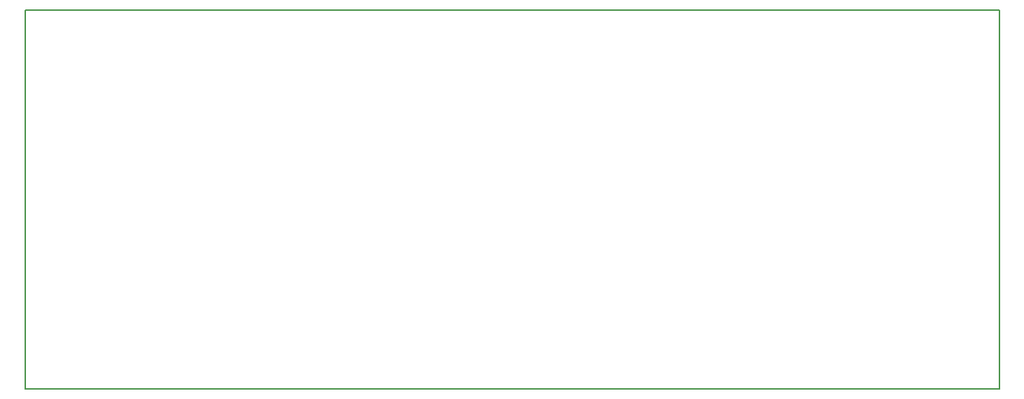
<source format=gbr>
G04 #@! TF.FileFunction,Profile,NP*
%FSLAX46Y46*%
G04 Gerber Fmt 4.6, Leading zero omitted, Abs format (unit mm)*
G04 Created by KiCad (PCBNEW 4.0.7) date 01/31/18 14:54:27*
%MOMM*%
%LPD*%
G01*
G04 APERTURE LIST*
%ADD10C,0.100000*%
%ADD11C,0.150000*%
G04 APERTURE END LIST*
D10*
D11*
X190500000Y-76200000D02*
X76200000Y-76200000D01*
X190500000Y-84455000D02*
X190500000Y-76200000D01*
X190500000Y-120650000D02*
X190500000Y-84455000D01*
X76200000Y-120650000D02*
X190500000Y-120650000D01*
X76200000Y-76200000D02*
X76200000Y-120650000D01*
M02*

</source>
